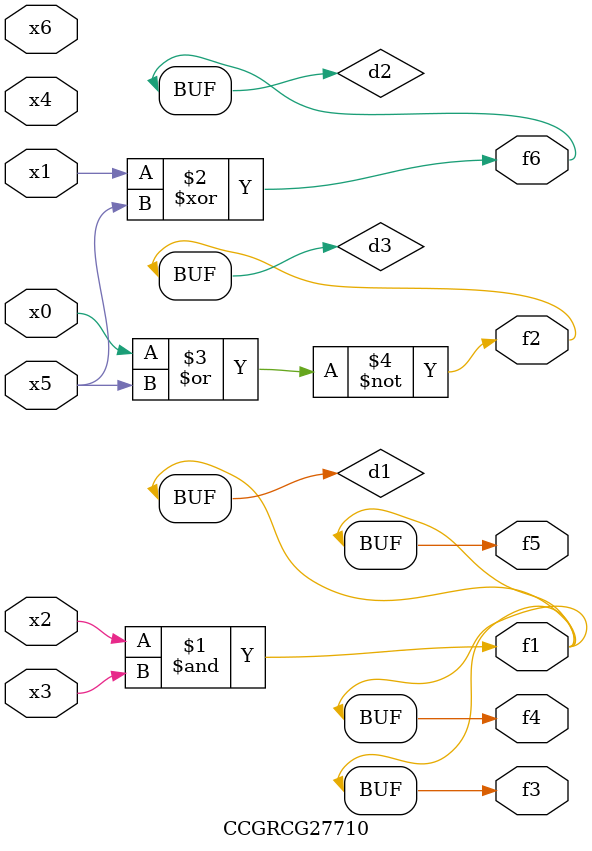
<source format=v>
module CCGRCG27710(
	input x0, x1, x2, x3, x4, x5, x6,
	output f1, f2, f3, f4, f5, f6
);

	wire d1, d2, d3;

	and (d1, x2, x3);
	xor (d2, x1, x5);
	nor (d3, x0, x5);
	assign f1 = d1;
	assign f2 = d3;
	assign f3 = d1;
	assign f4 = d1;
	assign f5 = d1;
	assign f6 = d2;
endmodule

</source>
